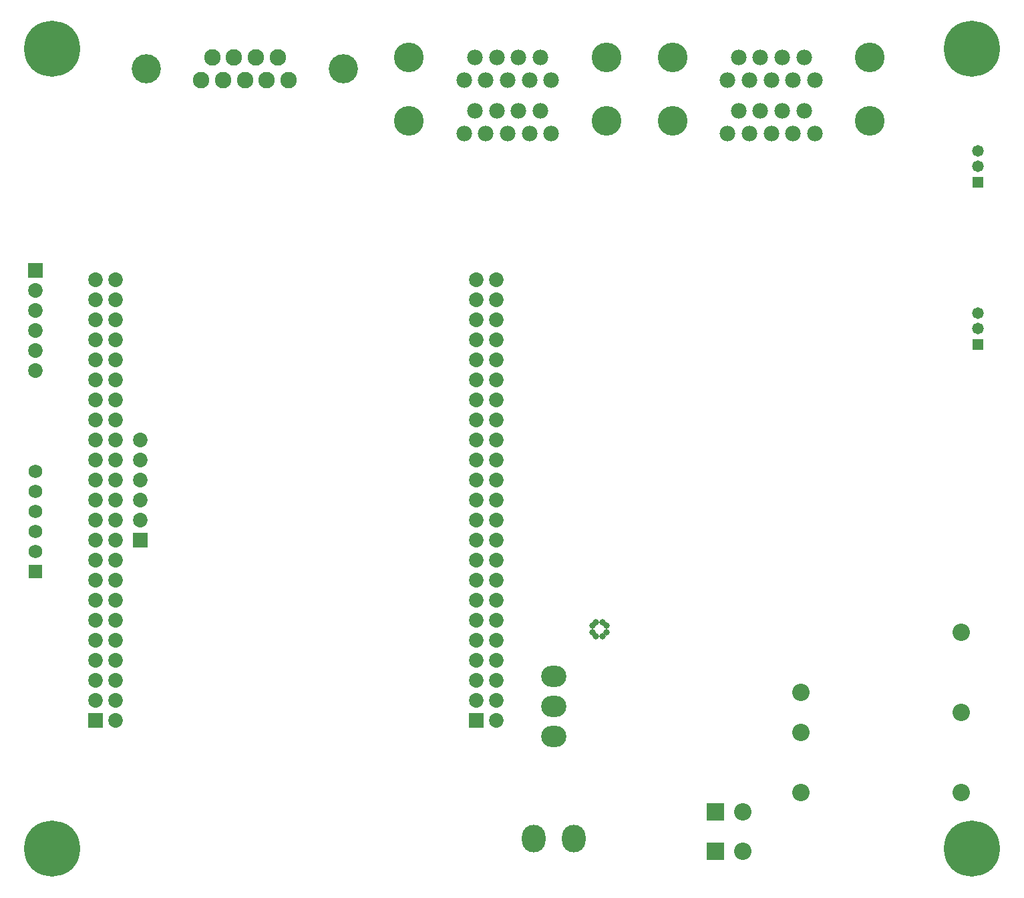
<source format=gbr>
%FSTAX23Y23*%
%MOIN*%
%SFA1B1*%

%IPPOS*%
%ADD72C,0.058000*%
%ADD73R,0.058000X0.058000*%
%ADD74C,0.148000*%
%ADD75C,0.078000*%
%ADD76C,0.086740*%
%ADD77R,0.073000X0.073000*%
%ADD78C,0.073000*%
%ADD79O,0.118236X0.137921*%
%ADD80O,0.126110X0.106425*%
%ADD81C,0.068000*%
%ADD82R,0.068000X0.068000*%
%ADD83R,0.086740X0.086740*%
%ADD84C,0.082409*%
%ADD85C,0.145795*%
%ADD86C,0.279654*%
%ADD87C,0.032000*%
%LNhardwarecontrollerpcb_soldermask_bot-1*%
%LPD*%
G54D72*
X04761Y02816D03*
Y02738D03*
Y03625D03*
Y03547D03*
G54D73*
X04761Y02659D03*
Y03468D03*
G54D74*
X0422Y03775D03*
Y0409D03*
X03236Y03775D03*
Y0409D03*
X01921Y0409D03*
Y03775D03*
X02905Y0409D03*
Y03775D03*
G54D75*
X03892Y0409D03*
X03783D03*
X03674D03*
X03565D03*
X03946Y03978D03*
X03837D03*
X03728D03*
X03619D03*
X0351D03*
Y03712D03*
X03619D03*
X03728D03*
X03837D03*
X03946D03*
X03565Y03824D03*
X03674D03*
X03783D03*
X03892D03*
X02576Y03824D03*
X02467D03*
X02358D03*
X02249D03*
X02631Y03712D03*
X02522D03*
X02413D03*
X02304D03*
X02195D03*
Y03978D03*
X02304D03*
X02413D03*
X02522D03*
X02631D03*
X02249Y0409D03*
X02358D03*
X02467D03*
X02576D03*
G54D76*
X04675Y0042D03*
Y0082D03*
Y0122D03*
X03875Y0042D03*
Y0072D03*
Y0092D03*
X03586Y00127D03*
Y00324D03*
G54D77*
X02255Y00781D03*
X00355D03*
X0058Y01681D03*
X00057Y03028D03*
G54D78*
X02355Y00781D03*
X02255Y00881D03*
X02355D03*
X02255Y00981D03*
X02355D03*
X02255Y01081D03*
X02355D03*
X02255Y01181D03*
X02355D03*
X02255Y01281D03*
X02355D03*
X02255Y01381D03*
X02355D03*
X02255Y01481D03*
X02355D03*
X02255Y01581D03*
X02355D03*
X02255Y01681D03*
X02355D03*
X02255Y01781D03*
X02355D03*
X02255Y01881D03*
X02355D03*
X02255Y01981D03*
X02355D03*
X02255Y02081D03*
X02355D03*
X02255Y02181D03*
X02355D03*
X02255Y02281D03*
X02355D03*
X02255Y02381D03*
X02355D03*
X02255Y02481D03*
X02355D03*
X02255Y02581D03*
X02355D03*
X02255Y02681D03*
X02355D03*
X02255Y02781D03*
X02355D03*
X02255Y02881D03*
X02355D03*
X02255Y02981D03*
X02355D03*
X00455Y00781D03*
X00355Y00881D03*
X00455D03*
X00355Y00981D03*
X00455D03*
X00355Y01081D03*
X00455D03*
X00355Y01181D03*
X00455D03*
X00355Y01281D03*
X00455D03*
X00355Y01381D03*
X00455D03*
X00355Y01481D03*
X00455D03*
X00355Y01581D03*
X00455D03*
X00355Y01681D03*
X00455D03*
X00355Y01781D03*
X00455D03*
X00355Y01881D03*
X00455D03*
X00355Y01981D03*
X00455D03*
X00355Y02081D03*
X00455D03*
X00355Y02181D03*
X00455D03*
X00355Y02281D03*
X00455D03*
X00355Y02381D03*
X00455D03*
X00355Y02481D03*
X00455D03*
X00355Y02581D03*
X00455D03*
X00355Y02681D03*
X00455D03*
X00355Y02781D03*
X00455D03*
X00355Y02881D03*
X00455D03*
X00355Y02981D03*
X00455D03*
X0058Y01781D03*
Y01881D03*
Y01981D03*
Y02081D03*
Y02181D03*
X00057Y02528D03*
Y02628D03*
Y02728D03*
X00057Y02828D03*
X00057Y02928D03*
G54D79*
X02543Y00192D03*
X02744D03*
G54D80*
X02643Y007D03*
Y0085D03*
Y01D03*
G54D81*
X00057Y02023D03*
Y01923D03*
Y01823D03*
Y01623D03*
Y01723D03*
G54D82*
X00057Y01523D03*
G54D83*
X03449Y00127D03*
Y00324D03*
G54D84*
X00883Y03979D03*
X00993D03*
X01102D03*
X01211D03*
X0132D03*
X00938Y04091D03*
X01047D03*
X01156D03*
X01265D03*
G54D85*
X01594Y04035D03*
X00609D03*
G54D86*
X0473Y00141D03*
Y04133D03*
X00141D03*
Y00141D03*
G54D87*
X02854Y01201D03*
X02835Y0122D03*
X02854Y01272D03*
X02887Y01201D03*
X02906Y0122D03*
Y01254D03*
X02887Y01272D03*
X02835Y01254D03*
M02*
</source>
